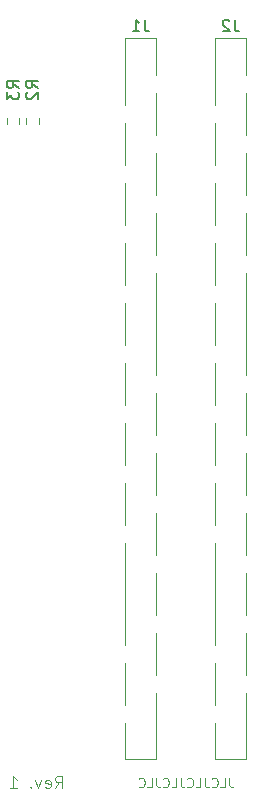
<source format=gbr>
G04 #@! TF.GenerationSoftware,KiCad,Pcbnew,9.0.6-9.0.6~ubuntu25.10.1*
G04 #@! TF.CreationDate,2025-11-10T23:05:56+09:00*
G04 #@! TF.ProjectId,bionic-z180,62696f6e-6963-42d7-9a31-38302e6b6963,1*
G04 #@! TF.SameCoordinates,Original*
G04 #@! TF.FileFunction,Legend,Bot*
G04 #@! TF.FilePolarity,Positive*
%FSLAX46Y46*%
G04 Gerber Fmt 4.6, Leading zero omitted, Abs format (unit mm)*
G04 Created by KiCad (PCBNEW 9.0.6-9.0.6~ubuntu25.10.1) date 2025-11-10 23:05:56*
%MOMM*%
%LPD*%
G01*
G04 APERTURE LIST*
%ADD10C,0.100000*%
%ADD11C,0.125000*%
%ADD12C,0.150000*%
%ADD13C,0.120000*%
G04 APERTURE END LIST*
D10*
X117395238Y-136406895D02*
X117395238Y-136978323D01*
X117395238Y-136978323D02*
X117433333Y-137092609D01*
X117433333Y-137092609D02*
X117509524Y-137168800D01*
X117509524Y-137168800D02*
X117623809Y-137206895D01*
X117623809Y-137206895D02*
X117700000Y-137206895D01*
X116633333Y-137206895D02*
X117014285Y-137206895D01*
X117014285Y-137206895D02*
X117014285Y-136406895D01*
X115909523Y-137130704D02*
X115947619Y-137168800D01*
X115947619Y-137168800D02*
X116061904Y-137206895D01*
X116061904Y-137206895D02*
X116138095Y-137206895D01*
X116138095Y-137206895D02*
X116252381Y-137168800D01*
X116252381Y-137168800D02*
X116328571Y-137092609D01*
X116328571Y-137092609D02*
X116366666Y-137016419D01*
X116366666Y-137016419D02*
X116404762Y-136864038D01*
X116404762Y-136864038D02*
X116404762Y-136749752D01*
X116404762Y-136749752D02*
X116366666Y-136597371D01*
X116366666Y-136597371D02*
X116328571Y-136521180D01*
X116328571Y-136521180D02*
X116252381Y-136444990D01*
X116252381Y-136444990D02*
X116138095Y-136406895D01*
X116138095Y-136406895D02*
X116061904Y-136406895D01*
X116061904Y-136406895D02*
X115947619Y-136444990D01*
X115947619Y-136444990D02*
X115909523Y-136483085D01*
X115338095Y-136406895D02*
X115338095Y-136978323D01*
X115338095Y-136978323D02*
X115376190Y-137092609D01*
X115376190Y-137092609D02*
X115452381Y-137168800D01*
X115452381Y-137168800D02*
X115566666Y-137206895D01*
X115566666Y-137206895D02*
X115642857Y-137206895D01*
X114576190Y-137206895D02*
X114957142Y-137206895D01*
X114957142Y-137206895D02*
X114957142Y-136406895D01*
X113852380Y-137130704D02*
X113890476Y-137168800D01*
X113890476Y-137168800D02*
X114004761Y-137206895D01*
X114004761Y-137206895D02*
X114080952Y-137206895D01*
X114080952Y-137206895D02*
X114195238Y-137168800D01*
X114195238Y-137168800D02*
X114271428Y-137092609D01*
X114271428Y-137092609D02*
X114309523Y-137016419D01*
X114309523Y-137016419D02*
X114347619Y-136864038D01*
X114347619Y-136864038D02*
X114347619Y-136749752D01*
X114347619Y-136749752D02*
X114309523Y-136597371D01*
X114309523Y-136597371D02*
X114271428Y-136521180D01*
X114271428Y-136521180D02*
X114195238Y-136444990D01*
X114195238Y-136444990D02*
X114080952Y-136406895D01*
X114080952Y-136406895D02*
X114004761Y-136406895D01*
X114004761Y-136406895D02*
X113890476Y-136444990D01*
X113890476Y-136444990D02*
X113852380Y-136483085D01*
X113280952Y-136406895D02*
X113280952Y-136978323D01*
X113280952Y-136978323D02*
X113319047Y-137092609D01*
X113319047Y-137092609D02*
X113395238Y-137168800D01*
X113395238Y-137168800D02*
X113509523Y-137206895D01*
X113509523Y-137206895D02*
X113585714Y-137206895D01*
X112519047Y-137206895D02*
X112899999Y-137206895D01*
X112899999Y-137206895D02*
X112899999Y-136406895D01*
X111795237Y-137130704D02*
X111833333Y-137168800D01*
X111833333Y-137168800D02*
X111947618Y-137206895D01*
X111947618Y-137206895D02*
X112023809Y-137206895D01*
X112023809Y-137206895D02*
X112138095Y-137168800D01*
X112138095Y-137168800D02*
X112214285Y-137092609D01*
X112214285Y-137092609D02*
X112252380Y-137016419D01*
X112252380Y-137016419D02*
X112290476Y-136864038D01*
X112290476Y-136864038D02*
X112290476Y-136749752D01*
X112290476Y-136749752D02*
X112252380Y-136597371D01*
X112252380Y-136597371D02*
X112214285Y-136521180D01*
X112214285Y-136521180D02*
X112138095Y-136444990D01*
X112138095Y-136444990D02*
X112023809Y-136406895D01*
X112023809Y-136406895D02*
X111947618Y-136406895D01*
X111947618Y-136406895D02*
X111833333Y-136444990D01*
X111833333Y-136444990D02*
X111795237Y-136483085D01*
X111223809Y-136406895D02*
X111223809Y-136978323D01*
X111223809Y-136978323D02*
X111261904Y-137092609D01*
X111261904Y-137092609D02*
X111338095Y-137168800D01*
X111338095Y-137168800D02*
X111452380Y-137206895D01*
X111452380Y-137206895D02*
X111528571Y-137206895D01*
X110461904Y-137206895D02*
X110842856Y-137206895D01*
X110842856Y-137206895D02*
X110842856Y-136406895D01*
X109738094Y-137130704D02*
X109776190Y-137168800D01*
X109776190Y-137168800D02*
X109890475Y-137206895D01*
X109890475Y-137206895D02*
X109966666Y-137206895D01*
X109966666Y-137206895D02*
X110080952Y-137168800D01*
X110080952Y-137168800D02*
X110157142Y-137092609D01*
X110157142Y-137092609D02*
X110195237Y-137016419D01*
X110195237Y-137016419D02*
X110233333Y-136864038D01*
X110233333Y-136864038D02*
X110233333Y-136749752D01*
X110233333Y-136749752D02*
X110195237Y-136597371D01*
X110195237Y-136597371D02*
X110157142Y-136521180D01*
X110157142Y-136521180D02*
X110080952Y-136444990D01*
X110080952Y-136444990D02*
X109966666Y-136406895D01*
X109966666Y-136406895D02*
X109890475Y-136406895D01*
X109890475Y-136406895D02*
X109776190Y-136444990D01*
X109776190Y-136444990D02*
X109738094Y-136483085D01*
D11*
X102648240Y-137258119D02*
X102981573Y-136781928D01*
X103219668Y-137258119D02*
X103219668Y-136258119D01*
X103219668Y-136258119D02*
X102838716Y-136258119D01*
X102838716Y-136258119D02*
X102743478Y-136305738D01*
X102743478Y-136305738D02*
X102695859Y-136353357D01*
X102695859Y-136353357D02*
X102648240Y-136448595D01*
X102648240Y-136448595D02*
X102648240Y-136591452D01*
X102648240Y-136591452D02*
X102695859Y-136686690D01*
X102695859Y-136686690D02*
X102743478Y-136734309D01*
X102743478Y-136734309D02*
X102838716Y-136781928D01*
X102838716Y-136781928D02*
X103219668Y-136781928D01*
X101838716Y-137210500D02*
X101933954Y-137258119D01*
X101933954Y-137258119D02*
X102124430Y-137258119D01*
X102124430Y-137258119D02*
X102219668Y-137210500D01*
X102219668Y-137210500D02*
X102267287Y-137115261D01*
X102267287Y-137115261D02*
X102267287Y-136734309D01*
X102267287Y-136734309D02*
X102219668Y-136639071D01*
X102219668Y-136639071D02*
X102124430Y-136591452D01*
X102124430Y-136591452D02*
X101933954Y-136591452D01*
X101933954Y-136591452D02*
X101838716Y-136639071D01*
X101838716Y-136639071D02*
X101791097Y-136734309D01*
X101791097Y-136734309D02*
X101791097Y-136829547D01*
X101791097Y-136829547D02*
X102267287Y-136924785D01*
X101457763Y-136591452D02*
X101219668Y-137258119D01*
X101219668Y-137258119D02*
X100981573Y-136591452D01*
X100600620Y-137162880D02*
X100553001Y-137210500D01*
X100553001Y-137210500D02*
X100600620Y-137258119D01*
X100600620Y-137258119D02*
X100648239Y-137210500D01*
X100648239Y-137210500D02*
X100600620Y-137162880D01*
X100600620Y-137162880D02*
X100600620Y-137258119D01*
X98838716Y-137258119D02*
X99410144Y-137258119D01*
X99124430Y-137258119D02*
X99124430Y-136258119D01*
X99124430Y-136258119D02*
X99219668Y-136400976D01*
X99219668Y-136400976D02*
X99314906Y-136496214D01*
X99314906Y-136496214D02*
X99410144Y-136543833D01*
D12*
X99573319Y-77984833D02*
X99097128Y-77651500D01*
X99573319Y-77413405D02*
X98573319Y-77413405D01*
X98573319Y-77413405D02*
X98573319Y-77794357D01*
X98573319Y-77794357D02*
X98620938Y-77889595D01*
X98620938Y-77889595D02*
X98668557Y-77937214D01*
X98668557Y-77937214D02*
X98763795Y-77984833D01*
X98763795Y-77984833D02*
X98906652Y-77984833D01*
X98906652Y-77984833D02*
X99001890Y-77937214D01*
X99001890Y-77937214D02*
X99049509Y-77889595D01*
X99049509Y-77889595D02*
X99097128Y-77794357D01*
X99097128Y-77794357D02*
X99097128Y-77413405D01*
X98573319Y-78318167D02*
X98573319Y-78937214D01*
X98573319Y-78937214D02*
X98954271Y-78603881D01*
X98954271Y-78603881D02*
X98954271Y-78746738D01*
X98954271Y-78746738D02*
X99001890Y-78841976D01*
X99001890Y-78841976D02*
X99049509Y-78889595D01*
X99049509Y-78889595D02*
X99144747Y-78937214D01*
X99144747Y-78937214D02*
X99382842Y-78937214D01*
X99382842Y-78937214D02*
X99478080Y-78889595D01*
X99478080Y-78889595D02*
X99525700Y-78841976D01*
X99525700Y-78841976D02*
X99573319Y-78746738D01*
X99573319Y-78746738D02*
X99573319Y-78461024D01*
X99573319Y-78461024D02*
X99525700Y-78365786D01*
X99525700Y-78365786D02*
X99478080Y-78318167D01*
X101200819Y-77984833D02*
X100724628Y-77651500D01*
X101200819Y-77413405D02*
X100200819Y-77413405D01*
X100200819Y-77413405D02*
X100200819Y-77794357D01*
X100200819Y-77794357D02*
X100248438Y-77889595D01*
X100248438Y-77889595D02*
X100296057Y-77937214D01*
X100296057Y-77937214D02*
X100391295Y-77984833D01*
X100391295Y-77984833D02*
X100534152Y-77984833D01*
X100534152Y-77984833D02*
X100629390Y-77937214D01*
X100629390Y-77937214D02*
X100677009Y-77889595D01*
X100677009Y-77889595D02*
X100724628Y-77794357D01*
X100724628Y-77794357D02*
X100724628Y-77413405D01*
X100296057Y-78365786D02*
X100248438Y-78413405D01*
X100248438Y-78413405D02*
X100200819Y-78508643D01*
X100200819Y-78508643D02*
X100200819Y-78746738D01*
X100200819Y-78746738D02*
X100248438Y-78841976D01*
X100248438Y-78841976D02*
X100296057Y-78889595D01*
X100296057Y-78889595D02*
X100391295Y-78937214D01*
X100391295Y-78937214D02*
X100486533Y-78937214D01*
X100486533Y-78937214D02*
X100629390Y-78889595D01*
X100629390Y-78889595D02*
X101200819Y-78318167D01*
X101200819Y-78318167D02*
X101200819Y-78937214D01*
X117843333Y-72204819D02*
X117843333Y-72919104D01*
X117843333Y-72919104D02*
X117890952Y-73061961D01*
X117890952Y-73061961D02*
X117986190Y-73157200D01*
X117986190Y-73157200D02*
X118129047Y-73204819D01*
X118129047Y-73204819D02*
X118224285Y-73204819D01*
X117414761Y-72300057D02*
X117367142Y-72252438D01*
X117367142Y-72252438D02*
X117271904Y-72204819D01*
X117271904Y-72204819D02*
X117033809Y-72204819D01*
X117033809Y-72204819D02*
X116938571Y-72252438D01*
X116938571Y-72252438D02*
X116890952Y-72300057D01*
X116890952Y-72300057D02*
X116843333Y-72395295D01*
X116843333Y-72395295D02*
X116843333Y-72490533D01*
X116843333Y-72490533D02*
X116890952Y-72633390D01*
X116890952Y-72633390D02*
X117462380Y-73204819D01*
X117462380Y-73204819D02*
X116843333Y-73204819D01*
X110223333Y-72204819D02*
X110223333Y-72919104D01*
X110223333Y-72919104D02*
X110270952Y-73061961D01*
X110270952Y-73061961D02*
X110366190Y-73157200D01*
X110366190Y-73157200D02*
X110509047Y-73204819D01*
X110509047Y-73204819D02*
X110604285Y-73204819D01*
X109223333Y-73204819D02*
X109794761Y-73204819D01*
X109509047Y-73204819D02*
X109509047Y-72204819D01*
X109509047Y-72204819D02*
X109604285Y-72347676D01*
X109604285Y-72347676D02*
X109699523Y-72442914D01*
X109699523Y-72442914D02*
X109794761Y-72490533D01*
D13*
X98572500Y-81073224D02*
X98572500Y-80563776D01*
X99617500Y-81073224D02*
X99617500Y-80563776D01*
X100223500Y-81073224D02*
X100223500Y-80563776D01*
X101268500Y-81073224D02*
X101268500Y-80563776D01*
X116180000Y-74320000D02*
X116180000Y-73750000D01*
X116180000Y-79400000D02*
X116180000Y-74320000D01*
X116180000Y-84480000D02*
X116180000Y-80920000D01*
X116180000Y-89560000D02*
X116180000Y-86000000D01*
X116180000Y-94640000D02*
X116180000Y-91080000D01*
X116180000Y-99720000D02*
X116180000Y-96160000D01*
X116180000Y-104800000D02*
X116180000Y-101240000D01*
X116180000Y-109880000D02*
X116180000Y-106320000D01*
X116180000Y-114960000D02*
X116180000Y-111400000D01*
X116180000Y-121560000D02*
X116180000Y-116480000D01*
X116180000Y-125120000D02*
X116180000Y-121560000D01*
X116180000Y-130200000D02*
X116180000Y-126640000D01*
X116180000Y-134830000D02*
X116180000Y-131720000D01*
X118840000Y-73750000D02*
X116180000Y-73750000D01*
X118840000Y-76860000D02*
X118840000Y-73750000D01*
X118840000Y-81940000D02*
X118840000Y-78380000D01*
X118840000Y-87020000D02*
X118840000Y-83460000D01*
X118840000Y-92100000D02*
X118840000Y-88540000D01*
X118840000Y-98700000D02*
X118840000Y-93620000D01*
X118840000Y-102260000D02*
X118840000Y-98700000D01*
X118840000Y-107340000D02*
X118840000Y-103780000D01*
X118840000Y-112420000D02*
X118840000Y-108860000D01*
X118840000Y-117500000D02*
X118840000Y-113940000D01*
X118840000Y-122580000D02*
X118840000Y-119020000D01*
X118840000Y-127660000D02*
X118840000Y-124100000D01*
X118840000Y-134260000D02*
X118840000Y-129180000D01*
X118840000Y-134830000D02*
X116180000Y-134830000D01*
X118840000Y-134830000D02*
X118840000Y-134260000D01*
X108560000Y-75840000D02*
X108560000Y-73750000D01*
X108560000Y-79400000D02*
X108560000Y-75840000D01*
X108560000Y-84480000D02*
X108560000Y-80920000D01*
X108560000Y-89560000D02*
X108560000Y-86000000D01*
X108560000Y-94640000D02*
X108560000Y-91080000D01*
X108560000Y-99720000D02*
X108560000Y-96160000D01*
X108560000Y-104800000D02*
X108560000Y-101240000D01*
X108560000Y-109880000D02*
X108560000Y-106320000D01*
X108560000Y-114960000D02*
X108560000Y-111400000D01*
X108560000Y-121560000D02*
X108560000Y-116480000D01*
X108560000Y-125120000D02*
X108560000Y-121560000D01*
X108560000Y-130200000D02*
X108560000Y-126640000D01*
X108560000Y-134830000D02*
X108560000Y-131720000D01*
X111220000Y-73750000D02*
X108560000Y-73750000D01*
X111220000Y-76860000D02*
X111220000Y-73750000D01*
X111220000Y-81940000D02*
X111220000Y-78380000D01*
X111220000Y-87020000D02*
X111220000Y-83460000D01*
X111220000Y-92100000D02*
X111220000Y-88540000D01*
X111220000Y-98700000D02*
X111220000Y-93620000D01*
X111220000Y-102260000D02*
X111220000Y-98700000D01*
X111220000Y-107340000D02*
X111220000Y-103780000D01*
X111220000Y-112420000D02*
X111220000Y-108860000D01*
X111220000Y-117500000D02*
X111220000Y-113940000D01*
X111220000Y-122580000D02*
X111220000Y-119020000D01*
X111220000Y-127660000D02*
X111220000Y-124100000D01*
X111220000Y-134260000D02*
X111220000Y-129180000D01*
X111220000Y-134830000D02*
X108560000Y-134830000D01*
X111220000Y-134830000D02*
X111220000Y-134260000D01*
M02*

</source>
